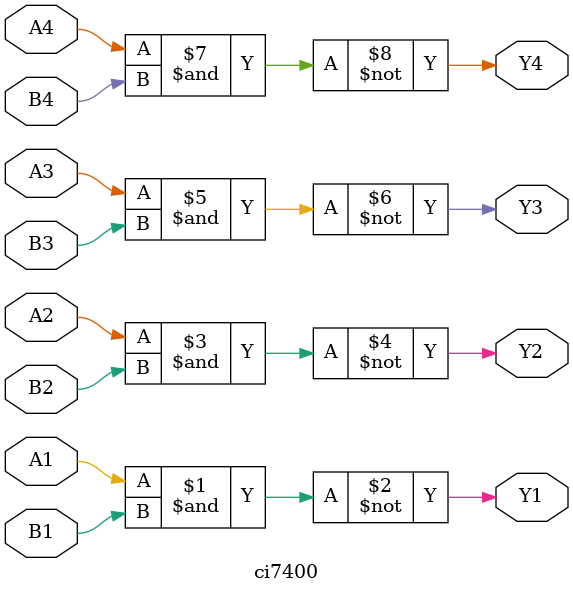
<source format=v>
module ci7400 (
	input A1, A2, A3, A4,
			B1, B2, B3, B4,
	output Y1, Y2, Y3, Y4);
	

	assign Y1 = ~(A1 & B1);
	assign Y2 = ~(A2 & B2);
	assign Y3 = ~(A3 & B3);
	assign Y4 = ~(A4 & B4);
	
endmodule
</source>
